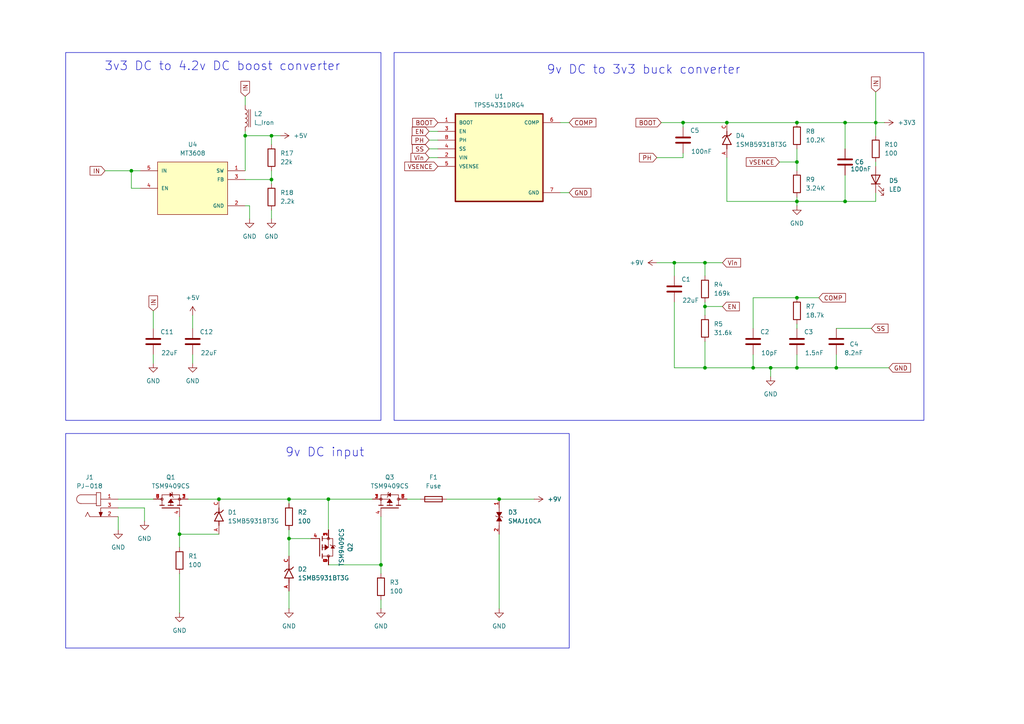
<source format=kicad_sch>
(kicad_sch (version 20231120) (generator "eeschema") (generator_version "8.0")
  (paper "A4")
  (title_block (title "M.2 E-KEY SOCKET") (date "20 NO 2024") (rev "1") (company "ABTTRACT MACHINES") (comment 1 "DRAWN BY: JEFF MBOYA") (comment 2 "APPROVED BY: "))
  (lib_symbols
    (symbol "1SMB5931BT3G:1SMB5931BT3G" (pin_names (offset 1.016))
      (property "Reference" "D" (at -5.08 2.54 0))
      (property "Value" "1SMB5931BT3G" (at -5.08 -3.81 0))
      (symbol "1SMB5931BT3G_0_0"
        (polyline (pts (xy -2.54 0) (xy -1.27 0)) (stroke (width 0.254)))
        (polyline (pts (xy -1.27 -1.27) (xy 1.27 0)) (stroke (width 0.254)))
        (polyline (pts (xy -1.27 0) (xy -1.27 -1.27)) (stroke (width 0.254)))
        (polyline (pts (xy -1.27 1.27) (xy -1.27 0)) (stroke (width 0.254)))
        (polyline (pts (xy 0.635 1.27) (xy 1.27 0.635)) (stroke (width 0.254)))
        (polyline (pts (xy 1.27 -0.635) (xy 1.905 -1.27)) (stroke (width 0.254)))
        (polyline (pts (xy 1.27 0) (xy -1.27 1.27)) (stroke (width 0.254)))
        (polyline (pts (xy 1.27 0) (xy 1.27 -0.635)) (stroke (width 0.254)))
        (polyline (pts (xy 1.27 0.635) (xy 1.27 0)) (stroke (width 0.254)))
        (polyline (pts (xy 2.54 0) (xy 1.27 0)) (stroke (width 0.254)))
        (pin passive line (at -5.08 0 0) (length 2.54) (name "~") (number "A"))
        (pin passive line (at 5.08 0 180) (length 2.54) (name "~") (number "C"))
      )
    )
    (symbol "Device:C" (pin_numbers hide) (pin_names (offset 0.254))
      (property "Reference" "C" (at 0.635 2.54 0))
      (property "Value" "C" (at 0.635 -2.54 0))
      (symbol "C_0_1"
        (polyline (pts (xy -2.032 -0.762) (xy 2.032 -0.762)) (stroke (width 0.508)))
        (polyline (pts (xy -2.032 0.762) (xy 2.032 0.762)) (stroke (width 0.508)))
      )
      (symbol "C_1_1"
        (pin passive line (at 0 3.81 270) (length 2.794) (name "~") (number "1"))
        (pin passive line (at 0 -3.81 90) (length 2.794) (name "~") (number "2"))
      )
    )
    (symbol "Device:Fuse" (pin_numbers hide) (pin_names (offset 0))
      (property "Reference" "F" (at 2.032 0 90))
      (property "Value" "Fuse" (at -1.905 0 90))
      (symbol "Fuse_0_1"
        (rectangle (start -0.762 -2.54) (end 0.762 2.54) (stroke (width 0.254)))
        (polyline (pts (xy 0 2.54) (xy 0 -2.54)))
      )
      (symbol "Fuse_1_1"
        (pin passive line (at 0 3.81 270) (length 1.27) (name "~") (number "1"))
        (pin passive line (at 0 -3.81 90) (length 1.27) (name "~") (number "2"))
      )
    )
    (symbol "Device:LED" (pin_numbers hide) (pin_names (offset 1.016) hide)
      (property "Reference" "D" (at 0 2.54 0))
      (property "Value" "LED" (at 0 -2.54 0))
      (symbol "LED_0_1"
        (polyline (pts (xy -1.27 -1.27) (xy -1.27 1.27)) (stroke (width 0.254)))
        (polyline (pts (xy -1.27 0) (xy 1.27 0)))
        (polyline (pts (xy 1.27 -1.27) (xy 1.27 1.27) (xy -1.27 0) (xy 1.27 -1.27)) (stroke (width 0.254)))
        (polyline (pts (xy -3.048 -0.762) (xy -4.572 -2.286) (xy -3.81 -2.286) (xy -4.572 -2.286) (xy -4.572 -1.524)))
        (polyline (pts (xy -1.778 -0.762) (xy -3.302 -2.286) (xy -2.54 -2.286) (xy -3.302 -2.286) (xy -3.302 -1.524)))
      )
      (symbol "LED_1_1"
        (pin passive line (at -3.81 0 0) (length 2.54) (name "K") (number "1"))
        (pin passive line (at 3.81 0 180) (length 2.54) (name "A") (number "2"))
      )
    )
    (symbol "Device:L_Iron" (pin_numbers hide) (pin_names (offset 1.016) hide)
      (property "Reference" "L" (at -1.27 0 90))
      (property "Value" "L_Iron" (at 2.794 0 90))
      (symbol "L_Iron_0_1"
        (arc (start 0 -2.54) (mid 0.6323 -1.905) (end 0 -1.27))
        (arc (start 0 -1.27) (mid 0.6323 -0.635) (end 0 0))
        (polyline (pts (xy 1.016 2.54) (xy 1.016 -2.54)))
        (polyline (pts (xy 1.524 -2.54) (xy 1.524 2.54)))
        (arc (start 0 0) (mid 0.6323 0.635) (end 0 1.27))
        (arc (start 0 1.27) (mid 0.6323 1.905) (end 0 2.54))
      )
      (symbol "L_Iron_1_1"
        (pin passive line (at 0 3.81 270) (length 1.27) (name "1") (number "1"))
        (pin passive line (at 0 -3.81 90) (length 1.27) (name "2") (number "2"))
      )
    )
    (symbol "Device:R" (pin_numbers hide) (pin_names (offset 0))
      (property "Reference" "R" (at 2.032 0 90))
      (property "Value" "R" (at 0 0 90))
      (symbol "R_0_1"
        (rectangle (start -1.016 -2.54) (end 1.016 2.54) (stroke (width 0.254)))
      )
      (symbol "R_1_1"
        (pin passive line (at 0 3.81 270) (length 1.27) (name "~") (number "1"))
        (pin passive line (at 0 -3.81 90) (length 1.27) (name "~") (number "2"))
      )
    )
    (symbol "MT3608:MT3608" (pin_names (offset 1.016))
      (property "Reference" "U" (at -10.16 10.16 0))
      (property "Value" "MT3608" (at -10.16 -12.7 0))
      (symbol "MT3608_0_0"
        (rectangle (start -10.16 -7.62) (end 10.16 7.62) (stroke (width 0.1524)) (fill (type background)))
        (pin output line (at 15.24 5.08 180) (length 5.08) (name "SW") (number "1"))
        (pin power_in line (at 15.24 -5.08 180) (length 5.08) (name "GND") (number "2"))
        (pin input line (at 15.24 2.54 180) (length 5.08) (name "FB") (number "3"))
        (pin input line (at -15.24 0 0) (length 5.08) (name "EN") (number "4"))
        (pin input line (at -15.24 5.08 0) (length 5.08) (name "IN") (number "5"))
      )
    )
    (symbol "PJ-018:PJ-018" (pin_names (offset 1.016))
      (property "Reference" "J" (at -7.6332 5.0888 0))
      (property "Value" "PJ-018" (at -7.6348 -5.0898 0))
      (symbol "PJ-018_0_0"
        (arc (start -5.715 3.81) (mid -6.9794 2.54) (end -5.715 1.27) (stroke (width 0.1524)))
        (polyline (pts (xy -5.715 3.81) (xy -1.27 3.81)) (stroke (width 0.1524)))
        (polyline (pts (xy -3.81 -1.27) (xy -4.445 -2.54)) (stroke (width 0.1524)))
        (polyline (pts (xy -3.175 -2.54) (xy -3.81 -1.27)) (stroke (width 0.1524)))
        (polyline (pts (xy -1.27 0.635) (xy 0 0.635)) (stroke (width 0.1524)))
        (polyline (pts (xy -1.27 1.27) (xy -5.715 1.27)) (stroke (width 0.1524)))
        (polyline (pts (xy -1.27 1.27) (xy -1.27 0.635)) (stroke (width 0.1524)))
        (polyline (pts (xy -1.27 3.81) (xy -1.27 1.27)) (stroke (width 0.1524)))
        (polyline (pts (xy -1.27 4.445) (xy -1.27 3.81)) (stroke (width 0.1524)))
        (polyline (pts (xy 0 -2.54) (xy -3.175 -2.54)) (stroke (width 0.1524)))
        (polyline (pts (xy 0 0) (xy 0 -2.54)) (stroke (width 0.1524)))
        (polyline (pts (xy 0 0.635) (xy 0 4.445)) (stroke (width 0.1524)))
        (polyline (pts (xy 0 4.445) (xy -1.27 4.445)) (stroke (width 0.1524)))
        (polyline (pts (xy 0 -2.54) (xy -0.508 -1.27) (xy 0.508 -1.27) (xy 0 -2.54)) (stroke (width 0.1524)) (fill (type outline)))
        (pin passive line (at 5.08 2.54 180) (length 5.08) (name "~") (number "1"))
        (pin passive line (at 5.08 -2.54 180) (length 5.08) (name "~") (number "2"))
        (pin passive line (at 5.08 0 180) (length 5.08) (name "~") (number "3"))
      )
    )
    (symbol "SMAJ10CA:SMAJ10CA" (pin_names (offset 1.016))
      (property "Reference" "D" (at -5.08 2.54 0))
      (property "Value" "SMAJ10CA" (at -5.08 -5.08 0))
      (symbol "SMAJ10CA_0_0"
        (polyline (pts (xy -1.27 0) (xy -2.54 0)) (stroke (width 0.1524)))
        (polyline (pts (xy 0 -0.762) (xy -0.254 -1.016)) (stroke (width 0.1524)))
        (polyline (pts (xy 0 -0.762) (xy 0 0.762)) (stroke (width 0.1524)))
        (polyline (pts (xy 0 0.762) (xy 0.254 1.016)) (stroke (width 0.1524)))
        (polyline (pts (xy 1.27 0) (xy 2.54 0)) (stroke (width 0.1524)))
        (polyline (pts (xy 0 0) (xy -1.27 -0.762) (xy -1.27 0.762) (xy 0 0)) (stroke (width 0.1524)) (fill (type outline)))
        (polyline (pts (xy 0 0) (xy 1.27 0.762) (xy 1.27 -0.762) (xy 0 0)) (stroke (width 0.1524)) (fill (type outline)))
        (pin passive line (at -5.08 0 0) (length 2.54) (name "~") (number "1"))
        (pin passive line (at 5.08 0 180) (length 2.54) (name "~") (number "2"))
      )
    )
    (symbol "TPS54331DRG4:TPS54331DRG4" (pin_names (offset 1.016))
      (property "Reference" "U" (at -12.7 13.7 0))
      (property "Value" "TPS54331DRG4" (at -12.7 -16.7 0))
      (symbol "TPS54331DRG4_0_0"
        (rectangle (start -12.7 -12.7) (end 12.7 12.7) (stroke (width 0.41)) (fill (type background)))
        (pin input line (at -17.78 10.16 0) (length 5.08) (name "BOOT") (number "1"))
        (pin input line (at -17.78 0 0) (length 5.08) (name "VIN") (number "2"))
        (pin input line (at -17.78 7.62 0) (length 5.08) (name "EN") (number "3"))
        (pin input line (at -17.78 2.54 0) (length 5.08) (name "SS") (number "4"))
        (pin input line (at -17.78 -2.54 0) (length 5.08) (name "VSENSE") (number "5"))
        (pin output line (at 17.78 10.16 180) (length 5.08) (name "COMP") (number "6"))
        (pin power_in line (at 17.78 -10.16 180) (length 5.08) (name "GND") (number "7"))
        (pin input line (at -17.78 5.08 0) (length 5.08) (name "PH") (number "8"))
      )
    )
    (symbol "TSM9409CS:TSM9409CS" (pin_names (offset 1.016))
      (property "Reference" "Q" (at -8.89 3.81 0))
      (property "Value" "TSM9409CS" (at -8.89 -6.35 0))
      (symbol "TSM9409CS_0_0"
        (polyline (pts (xy 0 -2.54) (xy 0 2.54)) (stroke (width 0.254)))
        (polyline (pts (xy 0.762 -3.175) (xy 0.762 -2.54)) (stroke (width 0.254)))
        (polyline (pts (xy 0.762 -2.54) (xy 0.762 -1.905)) (stroke (width 0.254)))
        (polyline (pts (xy 0.762 -2.54) (xy 3.81 -2.54)) (stroke (width 0.1524)))
        (polyline (pts (xy 0.762 -0.762) (xy 0.762 0)) (stroke (width 0.254)))
        (polyline (pts (xy 0.762 0) (xy 0.762 0.762)) (stroke (width 0.254)))
        (polyline (pts (xy 0.762 0) (xy 2.54 0)) (stroke (width 0.1524)))
        (polyline (pts (xy 0.762 1.905) (xy 0.762 2.54)) (stroke (width 0.254)))
        (polyline (pts (xy 0.762 2.54) (xy 0.762 3.175)) (stroke (width 0.254)))
        (polyline (pts (xy 2.54 0) (xy 2.54 2.54)) (stroke (width 0.1524)))
        (polyline (pts (xy 2.54 2.54) (xy 0.762 2.54)) (stroke (width 0.1524)))
        (polyline (pts (xy 2.54 2.54) (xy 3.81 2.54)) (stroke (width 0.1524)))
        (polyline (pts (xy 3.048 0.762) (xy 3.302 0.508)) (stroke (width 0.1524)))
        (polyline (pts (xy 3.302 0.508) (xy 3.81 0.508)) (stroke (width 0.1524)))
        (polyline (pts (xy 3.81 -2.54) (xy 3.81 0.508)) (stroke (width 0.1524)))
        (polyline (pts (xy 3.81 0.508) (xy 3.81 2.54)) (stroke (width 0.1524)))
        (polyline (pts (xy 3.81 0.508) (xy 4.318 0.508)) (stroke (width 0.1524)))
        (polyline (pts (xy 4.318 0.508) (xy 4.572 0.254)) (stroke (width 0.1524)))
        (polyline (pts (xy 2.54 0) (xy 1.524 0.762) (xy 1.524 -0.762) (xy 2.54 0)) (stroke (width 0.1524)) (fill (type outline)))
        (polyline (pts (xy 3.81 0.508) (xy 4.318 -0.254) (xy 3.302 -0.254) (xy 3.81 0.508)) (stroke (width 0.1524)) (fill (type outline)))
        (circle (center 2.54 -2.54) (radius 0.3592))
        (circle (center 2.54 2.54) (radius 0.3592))
        (pin passive line (at 2.54 5.08 270) (length 2.54) (name "~") (number "1"))
        (pin passive line (at 2.54 5.08 270) (length 2.54) (name "~") (number "2"))
        (pin passive line (at 2.54 5.08 270) (length 2.54) (name "~") (number "3"))
        (pin passive line (at -2.54 2.54 0) (length 2.54) (name "~") (number "4"))
        (pin passive line (at 2.54 -5.08 90) (length 2.54) (name "~") (number "5"))
        (pin passive line (at 2.54 -5.08 90) (length 2.54) (name "~") (number "6"))
        (pin passive line (at 2.54 -5.08 90) (length 2.54) (name "~") (number "7"))
        (pin passive line (at 2.54 -5.08 90) (length 2.54) (name "~") (number "8"))
      )
    )
    (symbol "power:+3V3" (power) (pin_numbers hide) (pin_names (offset 0) hide)
      (property "Value" "+3V3" (at 0 3.556 0))
      (symbol "+3V3_0_1"
        (polyline (pts (xy -0.762 1.27) (xy 0 2.54)))
        (polyline (pts (xy 0 0) (xy 0 2.54)))
        (polyline (pts (xy 0 2.54) (xy 0.762 1.27)))
      )
      (symbol "+3V3_1_1"
        (pin power_in line (at 0 0 90) (length 0) (name "~") (number "1"))
      )
    )
    (symbol "power:+5V" (power) (pin_numbers hide) (pin_names (offset 0) hide)
      (property "Value" "+5V" (at 0 3.556 0))
      (symbol "+5V_0_1"
        (polyline (pts (xy -0.762 1.27) (xy 0 2.54)))
        (polyline (pts (xy 0 0) (xy 0 2.54)))
        (polyline (pts (xy 0 2.54) (xy 0.762 1.27)))
      )
      (symbol "+5V_1_1"
        (pin power_in line (at 0 0 90) (length 0) (name "~") (number "1"))
      )
    )
    (symbol "power:+9V" (power) (pin_numbers hide) (pin_names (offset 0) hide)
      (property "Value" "+9V" (at 0 3.556 0))
      (symbol "+9V_0_1"
        (polyline (pts (xy -0.762 1.27) (xy 0 2.54)))
        (polyline (pts (xy 0 0) (xy 0 2.54)))
        (polyline (pts (xy 0 2.54) (xy 0.762 1.27)))
      )
      (symbol "+9V_1_1"
        (pin power_in line (at 0 0 90) (length 0) (name "~") (number "1"))
      )
    )
    (symbol "power:GND" (power) (pin_names (offset 0))
      (property "Value" "GND" (at 0 -3.81 0))
      (symbol "GND_0_1"
        (polyline (pts (xy 0 0) (xy 0 -1.27) (xy 1.27 -1.27) (xy 0 -2.54) (xy -1.27 -1.27) (xy 0 -1.27)))
      )
      (symbol "GND_1_1"
        (pin power_in line (at 0 0 270) (length 0) hide (name "GND") (number "1"))
      )
    )
    (symbol "power:GND1" (power) (pin_numbers hide) (pin_names (offset 0) hide)
      (property "Value" "GND1" (at 0 -3.81 0))
      (symbol "GND1_0_1"
        (polyline (pts (xy 0 0) (xy 0 -1.27) (xy 1.27 -1.27) (xy 0 -2.54) (xy -1.27 -1.27) (xy 0 -1.27)))
      )
      (symbol "GND1_1_1"
        (pin power_in line (at 0 0 270) (length 0) (name "~") (number "1"))
      )
    )
  )
  (junction (at 223.52 106.68))
  (junction (at 38.1 49.53))
  (junction (at 231.14 86.36))
  (junction (at 231.14 35.56))
  (junction (at 110.49 163.83))
  (junction (at 198.12 35.56))
  (junction (at 52.07 154.94))
  (junction (at 242.57 106.68))
  (junction (at 204.47 88.9))
  (junction (at 210.82 35.56))
  (junction (at 144.78 144.78))
  (junction (at 83.82 156.21))
  (junction (at 245.11 35.56))
  (junction (at 231.14 58.42))
  (junction (at 78.74 52.07))
  (junction (at 95.25 144.78))
  (junction (at 245.11 58.42))
  (junction (at 204.47 76.2))
  (junction (at 195.58 76.2))
  (junction (at 63.5 144.78))
  (junction (at 83.82 144.78))
  (junction (at 218.44 106.68))
  (junction (at 231.14 46.99))
  (junction (at 254 35.56))
  (junction (at 231.14 106.68))
  (junction (at 71.12 39.37))
  (junction (at 204.47 106.68))
  (junction (at 78.74 39.37))
  (wire (pts (xy 190.5 45.72) (xy 198.12 45.72)))
  (wire (pts (xy 204.47 88.9) (xy 204.47 91.44)))
  (wire (pts (xy 38.1 49.53) (xy 40.64 49.53)))
  (wire (pts (xy 218.44 106.68) (xy 204.47 106.68)))
  (wire (pts (xy 226.06 46.99) (xy 231.14 46.99)))
  (wire (pts (xy 124.46 43.18) (xy 127 43.18)))
  (wire (pts (xy 52.07 154.94) (xy 52.07 158.75)))
  (wire (pts (xy 191.77 35.56) (xy 198.12 35.56)))
  (wire (pts (xy 223.52 106.68) (xy 218.44 106.68)))
  (wire (pts (xy 63.5 144.78) (xy 83.82 144.78)))
  (wire (pts (xy 78.74 39.37) (xy 71.12 39.37)))
  (wire (pts (xy 231.14 58.42) (xy 245.11 58.42)))
  (wire (pts (xy 198.12 45.72) (xy 198.12 44.45)))
  (wire (pts (xy 44.45 95.25) (xy 44.45 90.17)))
  (wire (pts (xy 78.74 63.5) (xy 78.74 60.96)))
  (wire (pts (xy 231.14 102.87) (xy 231.14 106.68)))
  (wire (pts (xy 242.57 106.68) (xy 257.81 106.68)))
  (wire (pts (xy 242.57 95.25) (xy 252.73 95.25)))
  (wire (pts (xy 124.46 45.72) (xy 127 45.72)))
  (wire (pts (xy 210.82 58.42) (xy 231.14 58.42)))
  (wire (pts (xy 83.82 156.21) (xy 83.82 161.29)))
  (wire (pts (xy 41.91 147.32) (xy 41.91 151.13)))
  (wire (pts (xy 71.12 49.53) (xy 71.12 39.37)))
  (wire (pts (xy 245.11 43.18) (xy 245.11 35.56)))
  (wire (pts (xy 110.49 149.86) (xy 110.49 163.83)))
  (wire (pts (xy 34.29 144.78) (xy 44.45 144.78)))
  (wire (pts (xy 231.14 46.99) (xy 231.14 49.53)))
  (wire (pts (xy 231.14 93.98) (xy 231.14 95.25)))
  (wire (pts (xy 223.52 106.68) (xy 231.14 106.68)))
  (wire (pts (xy 52.07 149.86) (xy 52.07 154.94)))
  (wire (pts (xy 195.58 76.2) (xy 195.58 80.01)))
  (wire (pts (xy 83.82 144.78) (xy 83.82 146.05)))
  (wire (pts (xy 38.1 54.61) (xy 38.1 49.53)))
  (wire (pts (xy 231.14 57.15) (xy 231.14 58.42)))
  (wire (pts (xy 254 35.56) (xy 254 39.37)))
  (wire (pts (xy 118.11 144.78) (xy 121.92 144.78)))
  (wire (pts (xy 231.14 35.56) (xy 245.11 35.56)))
  (wire (pts (xy 231.14 86.36) (xy 237.49 86.36)))
  (wire (pts (xy 34.29 147.32) (xy 41.91 147.32)))
  (wire (pts (xy 144.78 176.53) (xy 144.78 154.94)))
  (wire (pts (xy 78.74 52.07) (xy 78.74 53.34)))
  (wire (pts (xy 204.47 88.9) (xy 209.55 88.9)))
  (wire (pts (xy 195.58 76.2) (xy 204.47 76.2)))
  (wire (pts (xy 254 35.56) (xy 256.54 35.56)))
  (wire (pts (xy 110.49 173.99) (xy 110.49 176.53)))
  (wire (pts (xy 124.46 38.1) (xy 127 38.1)))
  (wire (pts (xy 71.12 27.94) (xy 71.12 30.48)))
  (wire (pts (xy 34.29 153.67) (xy 34.29 149.86)))
  (wire (pts (xy 78.74 39.37) (xy 78.74 41.91)))
  (wire (pts (xy 198.12 35.56) (xy 210.82 35.56)))
  (wire (pts (xy 55.88 91.44) (xy 55.88 95.25)))
  (wire (pts (xy 95.25 144.78) (xy 107.95 144.78)))
  (wire (pts (xy 210.82 45.72) (xy 210.82 58.42)))
  (wire (pts (xy 210.82 35.56) (xy 231.14 35.56)))
  (wire (pts (xy 218.44 102.87) (xy 218.44 106.68)))
  (wire (pts (xy 71.12 52.07) (xy 78.74 52.07)))
  (wire (pts (xy 144.78 144.78) (xy 154.94 144.78)))
  (wire (pts (xy 83.82 156.21) (xy 90.17 156.21)))
  (wire (pts (xy 95.25 163.83) (xy 110.49 163.83)))
  (wire (pts (xy 195.58 106.68) (xy 204.47 106.68)))
  (wire (pts (xy 71.12 38.1) (xy 71.12 39.37)))
  (wire (pts (xy 204.47 76.2) (xy 209.55 76.2)))
  (wire (pts (xy 129.54 144.78) (xy 144.78 144.78)))
  (wire (pts (xy 231.14 106.68) (xy 242.57 106.68)))
  (wire (pts (xy 231.14 86.36) (xy 218.44 86.36)))
  (wire (pts (xy 245.11 58.42) (xy 254 58.42)))
  (wire (pts (xy 52.07 154.94) (xy 63.5 154.94)))
  (wire (pts (xy 254 26.67) (xy 254 35.56)))
  (wire (pts (xy 52.07 166.37) (xy 52.07 177.8)))
  (wire (pts (xy 223.52 109.22) (xy 223.52 106.68)))
  (wire (pts (xy 72.39 63.5) (xy 72.39 59.69)))
  (wire (pts (xy 72.39 59.69) (xy 71.12 59.69)))
  (wire (pts (xy 55.88 102.87) (xy 55.88 105.41)))
  (wire (pts (xy 245.11 50.8) (xy 245.11 58.42)))
  (wire (pts (xy 218.44 86.36) (xy 218.44 95.25)))
  (wire (pts (xy 54.61 144.78) (xy 63.5 144.78)))
  (wire (pts (xy 198.12 35.56) (xy 198.12 36.83)))
  (wire (pts (xy 204.47 106.68) (xy 204.47 99.06)))
  (wire (pts (xy 124.46 40.64) (xy 127 40.64)))
  (wire (pts (xy 254 46.99) (xy 254 48.26)))
  (wire (pts (xy 78.74 49.53) (xy 78.74 52.07)))
  (wire (pts (xy 204.47 87.63) (xy 204.47 88.9)))
  (wire (pts (xy 204.47 76.2) (xy 204.47 80.01)))
  (wire (pts (xy 40.64 54.61) (xy 38.1 54.61)))
  (wire (pts (xy 83.82 171.45) (xy 83.82 176.53)))
  (wire (pts (xy 254 55.88) (xy 254 58.42)))
  (wire (pts (xy 165.1 35.56) (xy 162.56 35.56)))
  (wire (pts (xy 30.48 49.53) (xy 38.1 49.53)))
  (wire (pts (xy 95.25 144.78) (xy 83.82 144.78)))
  (wire (pts (xy 110.49 163.83) (xy 110.49 166.37)))
  (wire (pts (xy 195.58 87.63) (xy 195.58 106.68)))
  (wire (pts (xy 190.5 76.2) (xy 195.58 76.2)))
  (wire (pts (xy 81.28 39.37) (xy 78.74 39.37)))
  (wire (pts (xy 83.82 153.67) (xy 83.82 156.21)))
  (wire (pts (xy 242.57 102.87) (xy 242.57 106.68)))
  (wire (pts (xy 44.45 102.87) (xy 44.45 105.41)))
  (wire (pts (xy 95.25 144.78) (xy 95.25 153.67)))
  (wire (pts (xy 165.1 55.88) (xy 162.56 55.88)))
  (wire (pts (xy 231.14 43.18) (xy 231.14 46.99)))
  (wire (pts (xy 231.14 59.69) (xy 231.14 58.42)))
  (wire (pts (xy 245.11 35.56) (xy 254 35.56)))
  (rectangle (start 114.3 15.24) (end 267.97 121.92))
  (rectangle (start 19.05 125.73) (end 165.1 187.96))
  (rectangle (start 19.05 15.24) (end 110.49 121.92))
  (text "9v DC input" (at 94.234 131.318 0) (effects (font (size 2.54 2.54))))
  (text "9v DC to 3v3 buck converter" (at 186.69 20.32 0) (effects (font (size 2.54 2.54))))
  (text "3v3 DC to 4.2v DC boost converter" (at 64.516 19.304 0) (effects (font (size 2.54 2.54))))
  (global_label "IN" (shape input) (at 254 26.67 90) (property "Intersheetrefs" "${INTERSHEET_REFS}" (effects (hide yes))))
  (global_label "COMP" (shape input) (at 165.1 35.56 0) (property "Intersheetrefs" "${INTERSHEET_REFS}" (effects (hide yes))))
  (global_label "VSENCE" (shape input) (at 226.06 46.99 180) (property "Intersheetrefs" "${INTERSHEET_REFS}" (effects (hide yes))))
  (global_label "BOOT" (shape input) (at 191.77 35.56 180) (property "Intersheetrefs" "${INTERSHEET_REFS}" (effects (hide yes))))
  (global_label "BOOT" (shape input) (at 127 35.56 180) (property "Intersheetrefs" "${INTERSHEET_REFS}" (effects (hide yes))))
  (global_label "Vin" (shape input) (at 209.55 76.2 0) (property "Intersheetrefs" "${INTERSHEET_REFS}" (effects (hide yes))))
  (global_label "EN" (shape input) (at 209.55 88.9 0) (property "Intersheetrefs" "${INTERSHEET_REFS}" (effects (hide yes))))
  (global_label "GND" (shape input) (at 165.1 55.88 0) (property "Intersheetrefs" "${INTERSHEET_REFS}" (effects (hide yes))))
  (global_label "VSENCE" (shape input) (at 127 48.26 180) (property "Intersheetrefs" "${INTERSHEET_REFS}" (effects (hide yes))))
  (global_label "GND" (shape input) (at 257.81 106.68 0) (property "Intersheetrefs" "${INTERSHEET_REFS}" (effects (hide yes))))
  (global_label "IN" (shape input) (at 71.12 27.94 90) (property "Intersheetrefs" "${INTERSHEET_REFS}" (effects (hide yes))))
  (global_label "IN" (shape input) (at 30.48 49.53 180) (property "Intersheetrefs" "${INTERSHEET_REFS}" (effects (hide yes))))
  (global_label "EN" (shape input) (at 124.46 38.1 180) (property "Intersheetrefs" "${INTERSHEET_REFS}" (effects (hide yes))))
  (global_label "SS" (shape input) (at 124.46 43.18 180) (property "Intersheetrefs" "${INTERSHEET_REFS}" (effects (hide yes))))
  (global_label "Vin" (shape input) (at 124.46 45.72 180) (property "Intersheetrefs" "${INTERSHEET_REFS}" (effects (hide yes))))
  (global_label "PH" (shape input) (at 124.46 40.64 180) (property "Intersheetrefs" "${INTERSHEET_REFS}" (effects (hide yes))))
  (global_label "COMP" (shape input) (at 237.49 86.36 0) (property "Intersheetrefs" "${INTERSHEET_REFS}" (effects (hide yes))))
  (global_label "SS" (shape input) (at 252.73 95.25 0) (property "Intersheetrefs" "${INTERSHEET_REFS}" (effects (hide yes))))
  (global_label "IN" (shape input) (at 44.45 90.17 90) (property "Intersheetrefs" "${INTERSHEET_REFS}" (effects (hide yes))))
  (global_label "PH" (shape input) (at 190.5 45.72 180) (property "Intersheetrefs" "${INTERSHEET_REFS}" (effects (hide yes))))
  (symbol (lib_id "power:GND1") (at 52.07 177.8 0) (unit 1)
    (property "Reference" "#PWR012" (effects (hide yes)))
    (property "Value" "GND" (at 52.07 182.88 0))
    (property "Description" "Power symbol creates a global label with name \"GND1\" , ground" (effects (hide yes)))
  )
  (symbol (lib_id "Device:R") (at 204.47 83.82 0) (unit 1)
    (property "Reference" "R4" (at 207.01 82.5499 0) (effects (justify left)))
    (property "Value" "169k" (at 207.01 85.0899 0) (effects (justify left)))
    (property "Footprint" "Resistor_SMD:R_0603_1608Metric" (effects (hide yes)))
    (property "Description" "Resistor" (effects (hide yes)))
  )
  (symbol (lib_id "TSM9409CS:TSM9409CS") (at 92.71 158.75 0) (unit 1)
    (property "Reference" "Q2" (at 101.6 158.75 90))
    (property "Value" "TSM9409CS" (at 99.06 158.75 90))
    (property "Footprint" "TSM9409CS:TRANS_TSM9409CS" (effects (hide yes)))
    (property "MF" "Taiwan Semiconductor" (effects (hide yes)))
    (property "MAXIMUM_PACKAGE_HEIGHT" "1.75mm" (effects (hide yes)))
    (property "Package" "SOP-8 Taiwan Semiconductor" (effects (hide yes)))
    (property "Price" "None" (effects (hide yes)))
    (property "Check_prices" "https://www.snapeda.com/parts/TSM9409CS/Taiwan+Semiconductor/view-part/?ref=eda" (effects (hide yes)))
    (property "STANDARD" "Manufacturer Recommendations" (effects (hide yes)))
    (property "PARTREV" "D2405" (effects (hide yes)))
    (property "SnapEDA_Link" "https://www.snapeda.com/parts/TSM9409CS/Taiwan+Semiconductor/view-part/?ref=snap" (effects (hide yes)))
    (property "MP" "TSM9409CS" (effects (hide yes)))
    (property "Description_1" "\n                        \n                            -60V, -3A, Single P-Channel MOSFETs\n                        \n" (effects (hide yes)))
    (property "Availability" "In Stock" (effects (hide yes)))
    (property "MANUFACTURER" "Taiwan Semiconductor" (effects (hide yes)))
  )
  (symbol (lib_id "power:GND") (at 72.39 63.5 0) (unit 1)
    (property "Reference" "#PWR038" (effects (hide yes)))
    (property "Value" "GND" (at 72.39 68.58 0))
  )
  (symbol (lib_id "Device:C") (at 231.14 99.06 0) (unit 1)
    (property "Reference" "C3" (at 233.172 96.266 0) (effects (justify left)))
    (property "Value" "1.5nF" (at 233.426 102.362 0) (effects (justify left)))
    (property "Footprint" "Capacitor_SMD:C_1206_3216Metric" (effects (hide yes)))
    (property "Description" "Unpolarized capacitor" (effects (hide yes)))
  )
  (symbol (lib_id "power:GND") (at 55.88 105.41 0) (unit 1)
    (property "Reference" "#PWR039" (effects (hide yes)))
    (property "Value" "GND" (at 55.88 110.49 0))
  )
  (symbol (lib_id "1SMB5931BT3G:1SMB5931BT3G") (at 63.5 149.86 90) (unit 1)
    (property "Reference" "D1" (at 66.04 148.5899 90) (effects (justify right)))
    (property "Value" "1SMB5931BT3G" (at 66.04 151.1299 90) (effects (justify right)))
    (property "Footprint" "1SMB5931BT3G:DIOM5436X247N" (effects (hide yes)))
    (property "MF" "onsemi" (effects (hide yes)))
    (property "MAXIMUM_PACKAGE_HEIGHT" "2.47 mm" (effects (hide yes)))
    (property "Package" "SMB-2 ON Semiconductor" (effects (hide yes)))
    (property "Price" "None" (effects (hide yes)))
    (property "Check_prices" "https://www.snapeda.com/parts/1SMB5931BT3G/Onsemi/view-part/?ref=eda" (effects (hide yes)))
    (property "STANDARD" "IPC 7351B" (effects (hide yes)))
    (property "PARTREV" "9" (effects (hide yes)))
    (property "SnapEDA_Link" "https://www.snapeda.com/parts/1SMB5931BT3G/Onsemi/view-part/?ref=snap" (effects (hide yes)))
    (property "MP" "1SMB5931BT3G" (effects (hide yes)))
    (property "Description_1" "\n                        \n                            Zener Diode Single 18V 5% 12Ohm 3000mW 2-Pin SMB T/R\n                        \n" (effects (hide yes)))
    (property "Availability" "In Stock" (effects (hide yes)))
    (property "MANUFACTURER" "ON Semiconductor" (effects (hide yes)))
  )
  (symbol (lib_id "power:+3V3") (at 256.54 35.56 270) (unit 1)
    (property "Reference" "#PWR021" (effects (hide yes)))
    (property "Value" "+3V3" (at 260.35 35.5599 90) (effects (justify left)))
    (property "Description" "Power symbol creates a global label with name \"+3V3\"" (effects (hide yes)))
  )
  (symbol (lib_id "power:+9V") (at 154.94 144.78 270) (unit 1)
    (property "Reference" "#PWR019" (effects (hide yes)))
    (property "Value" "+9V" (at 158.75 144.7799 90) (effects (justify left)))
    (property "Description" "Power symbol creates a global label with name \"+9V\"" (effects (hide yes)))
  )
  (symbol (lib_id "Device:C") (at 198.12 40.64 0) (unit 1)
    (property "Reference" "C5" (at 200.152 37.846 0) (effects (justify left)))
    (property "Value" "100nF" (at 200.406 43.942 0) (effects (justify left)))
    (property "Footprint" "Capacitor_SMD:C_1206_3216Metric" (effects (hide yes)))
    (property "Description" "Unpolarized capacitor" (effects (hide yes)))
  )
  (symbol (lib_id "Device:R") (at 78.74 57.15 0) (unit 1)
    (property "Reference" "R18" (at 81.28 55.8799 0) (effects (justify left)))
    (property "Value" "2.2k" (at 81.28 58.4199 0) (effects (justify left)))
    (property "Footprint" "Resistor_SMD:R_0603_1608Metric" (effects (hide yes)))
    (property "Description" "Resistor" (effects (hide yes)))
  )
  (symbol (lib_id "MT3608:MT3608") (at 55.88 54.61 0) (unit 1)
    (property "Reference" "U4" (at 55.88 41.91 0))
    (property "Value" "MT3608" (at 55.88 44.45 0))
    (property "Footprint" "MT3608:SOT95P280X145-6N" (effects (hide yes)))
    (property "MF" "Aerosemi Technology Co., Ltd" (effects (hide yes)))
    (property "MAXIMUM_PACKAGE_HEIGHT" "1.45mm" (effects (hide yes)))
    (property "Package" "Package" (effects (hide yes)))
    (property "Price" "None" (effects (hide yes)))
    (property "Check_prices" "https://www.snapeda.com/parts/MT3608/Aerosemi+Technology+Co.%252C+Ltd/view-part/?ref=eda" (effects (hide yes)))
    (property "STANDARD" "IPC-7351B" (effects (hide yes)))
    (property "PARTREV" "1.0" (effects (hide yes)))
    (property "SnapEDA_Link" "https://www.snapeda.com/parts/MT3608/Aerosemi+Technology+Co.%252C+Ltd/view-part/?ref=snap" (effects (hide yes)))
    (property "MP" "MT3608" (effects (hide yes)))
    (property "Description_1" "\n                        \n                            High Efficiency 1.2MHz\n2A Step Up Converter\n                        \n" (effects (hide yes)))
    (property "Availability" "Not in stock" (effects (hide yes)))
    (property "MANUFACTURER" "Aero Semi" (effects (hide yes)))
  )
  (symbol (lib_id "power:GND1") (at 223.52 109.22 0) (unit 1)
    (property "Reference" "#PWR017" (effects (hide yes)))
    (property "Value" "GND" (at 223.52 114.3 0))
    (property "Description" "Power symbol creates a global label with name \"GND1\" , ground" (effects (hide yes)))
  )
  (symbol (lib_id "Device:C") (at 242.57 99.06 0) (unit 1)
    (property "Reference" "C4" (at 246.38 99.822 0) (effects (justify left)))
    (property "Value" "8.2nF" (at 244.856 102.362 0) (effects (justify left)))
    (property "Footprint" "Capacitor_SMD:C_1206_3216Metric" (effects (hide yes)))
    (property "Description" "Unpolarized capacitor" (effects (hide yes)))
  )
  (symbol (lib_id "power:GND1") (at 110.49 176.53 0) (unit 1)
    (property "Reference" "#PWR016" (effects (hide yes)))
    (property "Value" "GND" (at 110.49 181.61 0))
    (property "Description" "Power symbol creates a global label with name \"GND1\" , ground" (effects (hide yes)))
  )
  (symbol (lib_id "Device:R") (at 204.47 95.25 0) (unit 1)
    (property "Reference" "R5" (at 207.01 93.9799 0) (effects (justify left)))
    (property "Value" "31.6k" (at 207.01 96.5199 0) (effects (justify left)))
    (property "Footprint" "Resistor_SMD:R_0603_1608Metric" (effects (hide yes)))
    (property "Description" "Resistor" (effects (hide yes)))
  )
  (symbol (lib_id "TPS54331DRG4:TPS54331DRG4") (at 144.78 45.72 0) (unit 1)
    (property "Reference" "U1" (at 144.78 27.94 0))
    (property "Value" "TPS54331DRG4" (at 144.78 30.48 0))
    (property "Footprint" "TPS54331DRG4:SOIC127P599X175-8N" (effects (hide yes)))
    (property "MF" "Texas Instruments" (effects (hide yes)))
    (property "Description_1" "\n                        \n                            3.5V to 28V Input, 3A, 570kHz Step-Down Converter with Eco-mode 8-SOIC -40 to 150\n                        \n" (effects (hide yes)))
    (property "Package" "SOIC-8 Texas Instruments" (effects (hide yes)))
    (property "Price" "None" (effects (hide yes)))
    (property "SnapEDA_Link" "https://www.snapeda.com/parts/TPS54331DRG4/Texas+Instruments/view-part/?ref=snap" (effects (hide yes)))
    (property "MP" "TPS54331DRG4" (effects (hide yes)))
    (property "Availability" "In Stock" (effects (hide yes)))
    (property "Check_prices" "https://www.snapeda.com/parts/TPS54331DRG4/Texas+Instruments/view-part/?ref=eda" (effects (hide yes)))
  )
  (symbol (lib_id "power:GND1") (at 144.78 176.53 0) (unit 1)
    (property "Reference" "#PWR018" (effects (hide yes)))
    (property "Value" "GND" (at 144.78 181.61 0))
    (property "Description" "Power symbol creates a global label with name \"GND1\" , ground" (effects (hide yes)))
  )
  (symbol (lib_id "1SMB5931BT3G:1SMB5931BT3G") (at 210.82 40.64 90) (unit 1)
    (property "Reference" "D4" (at 213.36 39.3699 90) (effects (justify right)))
    (property "Value" "1SMB5931BT3G" (at 213.36 41.9099 90) (effects (justify right)))
    (property "Footprint" "1SMB5931BT3G:DIOM5436X247N" (effects (hide yes)))
    (property "MF" "onsemi" (effects (hide yes)))
    (property "MAXIMUM_PACKAGE_HEIGHT" "2.47 mm" (effects (hide yes)))
    (property "Package" "SMB-2 ON Semiconductor" (effects (hide yes)))
    (property "Price" "None" (effects (hide yes)))
    (property "Check_prices" "https://www.snapeda.com/parts/1SMB5931BT3G/Onsemi/view-part/?ref=eda" (effects (hide yes)))
    (property "STANDARD" "IPC 7351B" (effects (hide yes)))
    (property "PARTREV" "9" (effects (hide yes)))
    (property "SnapEDA_Link" "https://www.snapeda.com/parts/1SMB5931BT3G/Onsemi/view-part/?ref=snap" (effects (hide yes)))
    (property "MP" "1SMB5931BT3G" (effects (hide yes)))
    (property "Description_1" "\n                        \n                            Zener Diode Single 18V 5% 12Ohm 3000mW 2-Pin SMB T/R\n                        \n" (effects (hide yes)))
    (property "Availability" "In Stock" (effects (hide yes)))
    (property "MANUFACTURER" "ON Semiconductor" (effects (hide yes)))
  )
  (symbol (lib_id "power:GND") (at 44.45 105.41 0) (unit 1)
    (property "Reference" "#PWR037" (effects (hide yes)))
    (property "Value" "GND" (at 44.45 110.49 0))
  )
  (symbol (lib_id "Device:R") (at 110.49 170.18 0) (unit 1)
    (property "Reference" "R3" (at 113.03 168.9099 0) (effects (justify left)))
    (property "Value" "100" (at 113.03 171.4499 0) (effects (justify left)))
    (property "Footprint" "Resistor_SMD:R_0603_1608Metric" (effects (hide yes)))
    (property "Description" "Resistor" (effects (hide yes)))
  )
  (symbol (lib_id "Device:R") (at 231.14 90.17 0) (unit 1)
    (property "Reference" "R7" (at 233.68 88.8999 0) (effects (justify left)))
    (property "Value" "18.7k" (at 233.68 91.4399 0) (effects (justify left)))
    (property "Footprint" "Resistor_SMD:R_0603_1608Metric" (effects (hide yes)))
    (property "Description" "Resistor" (effects (hide yes)))
  )
  (symbol (lib_id "SMAJ10CA:SMAJ10CA") (at 144.78 149.86 270) (unit 1)
    (property "Reference" "D3" (at 147.32 148.5899 90) (effects (justify left)))
    (property "Value" "SMAJ10CA" (at 147.32 151.1299 90) (effects (justify left)))
    (property "Footprint" "SMAJ10CA:DIOM4325X250N" (effects (hide yes)))
    (property "MF" "Taiwan Semiconductor" (effects (hide yes)))
    (property "MAXIMUM_PACKAGE_HEIGHT" "2.5 mm" (effects (hide yes)))
    (property "Package" "SMA Taiwan Semiconductor" (effects (hide yes)))
    (property "Price" "None" (effects (hide yes)))
    (property "Check_prices" "https://www.snapeda.com/parts/SMAJ10CA/Taiwan+Semiconductor/view-part/?ref=eda" (effects (hide yes)))
    (property "STANDARD" "IPC-7351B" (effects (hide yes)))
    (property "PARTREV" "S2102" (effects (hide yes)))
    (property "SnapEDA_Link" "https://www.snapeda.com/parts/SMAJ10CA/Taiwan+Semiconductor/view-part/?ref=snap" (effects (hide yes)))
    (property "MP" "SMAJ10CA" (effects (hide yes)))
    (property "Description_1" "\n                        \n                            400W, 11.7V, 5%, Bidirectional, TVS\n                        \n" (effects (hide yes)))
    (property "Availability" "In Stock" (effects (hide yes)))
    (property "MANUFACTURER" "Taiwan Semiconductor" (effects (hide yes)))
  )
  (symbol (lib_id "Device:C") (at 245.11 46.99 0) (unit 1)
    (property "Reference" "C6" (at 247.904 46.99 0) (effects (justify left)))
    (property "Value" "100nF" (at 246.634 49.022 0) (effects (justify left)))
    (property "Footprint" "Capacitor_SMD:C_1206_3216Metric" (effects (hide yes)))
    (property "Description" "Unpolarized capacitor" (effects (hide yes)))
  )
  (symbol (lib_id "Device:R") (at 83.82 149.86 0) (unit 1)
    (property "Reference" "R2" (at 86.36 148.5899 0) (effects (justify left)))
    (property "Value" "100" (at 86.36 151.1299 0) (effects (justify left)))
    (property "Footprint" "Resistor_SMD:R_0603_1608Metric" (effects (hide yes)))
    (property "Description" "Resistor" (effects (hide yes)))
  )
  (symbol (lib_id "power:GND1") (at 231.14 59.69 0) (unit 1)
    (property "Reference" "#PWR020" (effects (hide yes)))
    (property "Value" "GND" (at 231.14 64.77 0))
    (property "Description" "Power symbol creates a global label with name \"GND1\" , ground" (effects (hide yes)))
  )
  (symbol (lib_id "PJ-018:PJ-018") (at 29.21 147.32 0) (unit 1)
    (property "Reference" "J1" (at 25.9743 138.43 0))
    (property "Value" "PJ-018" (at 25.9743 140.97 0))
    (property "Footprint" "PJ-018:CUI_PJ-018" (effects (hide yes)))
    (property "MF" "Same Sky" (effects (hide yes)))
    (property "Description_1" "\n                        \n                            1.65 x 4.2 mm, 2.0 A, Horizontal, Through Hole, Dc Power Jack Connector\n                        \n" (effects (hide yes)))
    (property "Package" "None" (effects (hide yes)))
    (property "Price" "None" (effects (hide yes)))
    (property "Check_prices" "https://www.snapeda.com/parts/PJ-018/Same+Sky/view-part/?ref=eda" (effects (hide yes)))
    (property "STANDARD" "Manufacturer recommendations" (effects (hide yes)))
    (property "SnapEDA_Link" "https://www.snapeda.com/parts/PJ-018/Same+Sky/view-part/?ref=snap" (effects (hide yes)))
    (property "MP" "PJ-018" (effects (hide yes)))
    (property "Availability" "In Stock" (effects (hide yes)))
    (property "MANUFACTURER" "CUI INC" (effects (hide yes)))
  )
  (symbol (lib_id "1SMB5931BT3G:1SMB5931BT3G") (at 83.82 166.37 90) (unit 1)
    (property "Reference" "D2" (at 86.36 165.0999 90) (effects (justify right)))
    (property "Value" "1SMB5931BT3G" (at 86.36 167.6399 90) (effects (justify right)))
    (property "Footprint" "1SMB5931BT3G:DIOM5436X247N" (effects (hide yes)))
    (property "MF" "onsemi" (effects (hide yes)))
    (property "MAXIMUM_PACKAGE_HEIGHT" "2.47 mm" (effects (hide yes)))
    (property "Package" "SMB-2 ON Semiconductor" (effects (hide yes)))
    (property "Price" "None" (effects (hide yes)))
    (property "Check_prices" "https://www.snapeda.com/parts/1SMB5931BT3G/Onsemi/view-part/?ref=eda" (effects (hide yes)))
    (property "STANDARD" "IPC 7351B" (effects (hide yes)))
    (property "PARTREV" "9" (effects (hide yes)))
    (property "SnapEDA_Link" "https://www.snapeda.com/parts/1SMB5931BT3G/Onsemi/view-part/?ref=snap" (effects (hide yes)))
    (property "MP" "1SMB5931BT3G" (effects (hide yes)))
    (property "Description_1" "\n                        \n                            Zener Diode Single 18V 5% 12Ohm 3000mW 2-Pin SMB T/R\n                        \n" (effects (hide yes)))
    (property "Availability" "In Stock" (effects (hide yes)))
    (property "MANUFACTURER" "ON Semiconductor" (effects (hide yes)))
  )
  (symbol (lib_id "Device:C") (at 55.88 99.06 0) (unit 1)
    (property "Reference" "C12" (at 57.912 96.266 0) (effects (justify left)))
    (property "Value" "22uF" (at 58.166 102.362 0) (effects (justify left)))
    (property "Footprint" "Capacitor_SMD:C_1206_3216Metric" (effects (hide yes)))
    (property "Description" "Unpolarized capacitor" (effects (hide yes)))
  )
  (symbol (lib_id "Device:C") (at 218.44 99.06 0) (unit 1)
    (property "Reference" "C2" (at 220.472 96.266 0) (effects (justify left)))
    (property "Value" "10pF" (at 220.726 102.362 0) (effects (justify left)))
    (property "Footprint" "Capacitor_SMD:C_1206_3216Metric" (effects (hide yes)))
    (property "Description" "Unpolarized capacitor" (effects (hide yes)))
  )
  (symbol (lib_id "Device:R") (at 254 43.18 0) (unit 1)
    (property "Reference" "R10" (at 256.54 41.9099 0) (effects (justify left)))
    (property "Value" "100" (at 256.54 44.4499 0) (effects (justify left)))
    (property "Footprint" "Resistor_SMD:R_0603_1608Metric" (effects (hide yes)))
    (property "Description" "Resistor" (effects (hide yes)))
  )
  (symbol (lib_id "power:GND1") (at 83.82 176.53 0) (unit 1)
    (property "Reference" "#PWR014" (effects (hide yes)))
    (property "Value" "GND" (at 83.82 181.61 0))
    (property "Description" "Power symbol creates a global label with name \"GND1\" , ground" (effects (hide yes)))
  )
  (symbol (lib_id "power:GND") (at 78.74 63.5 0) (unit 1)
    (property "Reference" "#PWR036" (effects (hide yes)))
    (property "Value" "GND" (at 78.74 68.58 0))
  )
  (symbol (lib_id "power:+5V") (at 81.28 39.37 270) (unit 1)
    (property "Reference" "#PWR035" (effects (hide yes)))
    (property "Value" "+5V" (at 85.09 39.3699 90) (effects (justify left)))
    (property "Description" "Power symbol creates a global label with name \"+5V\"" (effects (hide yes)))
  )
  (symbol (lib_id "TSM9409CS:TSM9409CS") (at 113.03 147.32 90) (unit 1)
    (property "Reference" "Q3" (at 113.03 138.43 90))
    (property "Value" "TSM9409CS" (at 113.03 140.97 90))
    (property "Footprint" "TSM9409CS:TRANS_TSM9409CS" (effects (hide yes)))
    (property "MF" "Taiwan Semiconductor" (effects (hide yes)))
    (property "MAXIMUM_PACKAGE_HEIGHT" "1.75mm" (effects (hide yes)))
    (property "Package" "SOP-8 Taiwan Semiconductor" (effects (hide yes)))
    (property "Price" "None" (effects (hide yes)))
    (property "Check_prices" "https://www.snapeda.com/parts/TSM9409CS/Taiwan+Semiconductor/view-part/?ref=eda" (effects (hide yes)))
    (property "STANDARD" "Manufacturer Recommendations" (effects (hide yes)))
    (property "PARTREV" "D2405" (effects (hide yes)))
    (property "SnapEDA_Link" "https://www.snapeda.com/parts/TSM9409CS/Taiwan+Semiconductor/view-part/?ref=snap" (effects (hide yes)))
    (property "MP" "TSM9409CS" (effects (hide yes)))
    (property "Description_1" "\n                        \n                            -60V, -3A, Single P-Channel MOSFETs\n                        \n" (effects (hide yes)))
    (property "Availability" "In Stock" (effects (hide yes)))
    (property "MANUFACTURER" "Taiwan Semiconductor" (effects (hide yes)))
  )
  (symbol (lib_id "Device:R") (at 52.07 162.56 0) (unit 1)
    (property "Reference" "R1" (at 54.61 161.2899 0) (effects (justify left)))
    (property "Value" "100" (at 54.61 163.8299 0) (effects (justify left)))
    (property "Footprint" "Resistor_SMD:R_0603_1608Metric" (effects (hide yes)))
    (property "Description" "Resistor" (effects (hide yes)))
  )
  (symbol (lib_id "Device:L_Iron") (at 71.12 34.29 0) (unit 1)
    (property "Reference" "L2" (at 73.66 33.0199 0) (effects (justify left)))
    (property "Value" "L_Iron" (at 73.66 35.5599 0) (effects (justify left)))
    (property "Footprint" "Inductor_SMD:L_0402_1005Metric" (effects (hide yes)))
    (property "Description" "Inductor with iron core" (effects (hide yes)))
  )
  (symbol (lib_id "Device:C") (at 44.45 99.06 0) (unit 1)
    (property "Reference" "C11" (at 46.482 96.266 0) (effects (justify left)))
    (property "Value" "22uF" (at 46.736 102.362 0) (effects (justify left)))
    (property "Footprint" "Capacitor_SMD:C_1206_3216Metric" (effects (hide yes)))
    (property "Description" "Unpolarized capacitor" (effects (hide yes)))
  )
  (symbol (lib_id "TSM9409CS:TSM9409CS") (at 49.53 147.32 270) (mirror x) (unit 1)
    (property "Reference" "Q1" (at 49.53 138.43 90))
    (property "Value" "TSM9409CS" (at 49.53 140.97 90))
    (property "Footprint" "TSM9409CS:TRANS_TSM9409CS" (effects (hide yes)))
    (property "MF" "Taiwan Semiconductor" (effects (hide yes)))
    (property "MAXIMUM_PACKAGE_HEIGHT" "1.75mm" (effects (hide yes)))
    (property "Package" "SOP-8 Taiwan Semiconductor" (effects (hide yes)))
    (property "Price" "None" (effects (hide yes)))
    (property "Check_prices" "https://www.snapeda.com/parts/TSM9409CS/Taiwan+Semiconductor/view-part/?ref=eda" (effects (hide yes)))
    (property "STANDARD" "Manufacturer Recommendations" (effects (hide yes)))
    (property "PARTREV" "D2405" (effects (hide yes)))
    (property "SnapEDA_Link" "https://www.snapeda.com/parts/TSM9409CS/Taiwan+Semiconductor/view-part/?ref=snap" (effects (hide yes)))
    (property "MP" "TSM9409CS" (effects (hide yes)))
    (property "Description_1" "\n                        \n                            -60V, -3A, Single P-Channel MOSFETs\n                        \n" (effects (hide yes)))
    (property "Availability" "In Stock" (effects (hide yes)))
    (property "MANUFACTURER" "Taiwan Semiconductor" (effects (hide yes)))
  )
  (symbol (lib_id "power:GND") (at 34.29 153.67 0) (unit 1)
    (property "Reference" "#PWR030" (effects (hide yes)))
    (property "Value" "GND" (at 34.29 158.75 0))
  )
  (symbol (lib_id "power:GND") (at 41.91 151.13 0) (unit 1)
    (property "Reference" "#PWR011" (effects (hide yes)))
    (property "Value" "GND" (at 41.91 156.21 0))
  )
  (symbol (lib_id "Device:LED") (at 254 52.07 90) (unit 1)
    (property "Reference" "D5" (at 257.81 52.3874 90) (effects (justify right)))
    (property "Value" "LED" (at 257.81 54.9274 90) (effects (justify right)))
    (property "Footprint" "LED_SMD:LED_0603_1608Metric" (effects (hide yes)))
    (property "Description" "Light emitting diode" (effects (hide yes)))
  )
  (symbol (lib_id "power:+5V") (at 55.88 91.44 0) (unit 1)
    (property "Reference" "#PWR040" (effects (hide yes)))
    (property "Value" "+5V" (at 55.88 86.36 0))
    (property "Description" "Power symbol creates a global label with name \"+5V\"" (effects (hide yes)))
  )
  (symbol (lib_id "Device:Fuse") (at 125.73 144.78 90) (unit 1)
    (property "Reference" "F1" (at 125.73 138.43 90))
    (property "Value" "Fuse" (at 125.73 140.97 90))
    (property "Footprint" "Fuse:Fuse_0402_1005Metric" (effects (hide yes)))
    (property "Description" "Fuse" (effects (hide yes)))
  )
  (symbol (lib_id "power:+9V") (at 190.5 76.2 90) (unit 1)
    (property "Reference" "#PWR015" (effects (hide yes)))
    (property "Value" "+9V" (at 186.69 76.1999 90) (effects (justify left)))
    (property "Description" "Power symbol creates a global label with name \"+9V\"" (effects (hide yes)))
  )
  (symbol (lib_id "Device:R") (at 78.74 45.72 0) (unit 1)
    (property "Reference" "R17" (at 81.28 44.4499 0) (effects (justify left)))
    (property "Value" "22k" (at 81.28 46.9899 0) (effects (justify left)))
    (property "Footprint" "Resistor_SMD:R_0603_1608Metric" (effects (hide yes)))
    (property "Description" "Resistor" (effects (hide yes)))
  )
  (symbol (lib_id "Device:C") (at 195.58 83.82 0) (unit 1)
    (property "Reference" "C1" (at 197.612 81.026 0) (effects (justify left)))
    (property "Value" "22uF" (at 197.866 87.122 0) (effects (justify left)))
    (property "Footprint" "Capacitor_SMD:C_1206_3216Metric" (effects (hide yes)))
    (property "Description" "Unpolarized capacitor" (effects (hide yes)))
  )
  (symbol (lib_id "Device:R") (at 231.14 53.34 0) (unit 1)
    (property "Reference" "R9" (at 233.68 52.0699 0) (effects (justify left)))
    (property "Value" "3.24K" (at 233.68 54.6099 0) (effects (justify left)))
    (property "Footprint" "Resistor_SMD:R_0603_1608Metric" (effects (hide yes)))
    (property "Description" "Resistor" (effects (hide yes)))
  )
  (symbol (lib_id "Device:R") (at 231.14 39.37 0) (unit 1)
    (property "Reference" "R8" (at 233.68 38.0999 0) (effects (justify left)))
    (property "Value" "10.2K" (at 233.68 40.6399 0) (effects (justify left)))
    (property "Footprint" "Resistor_SMD:R_0603_1608Metric" (effects (hide yes)))
    (property "Description" "Resistor" (effects (hide yes)))
  )
)
</source>
